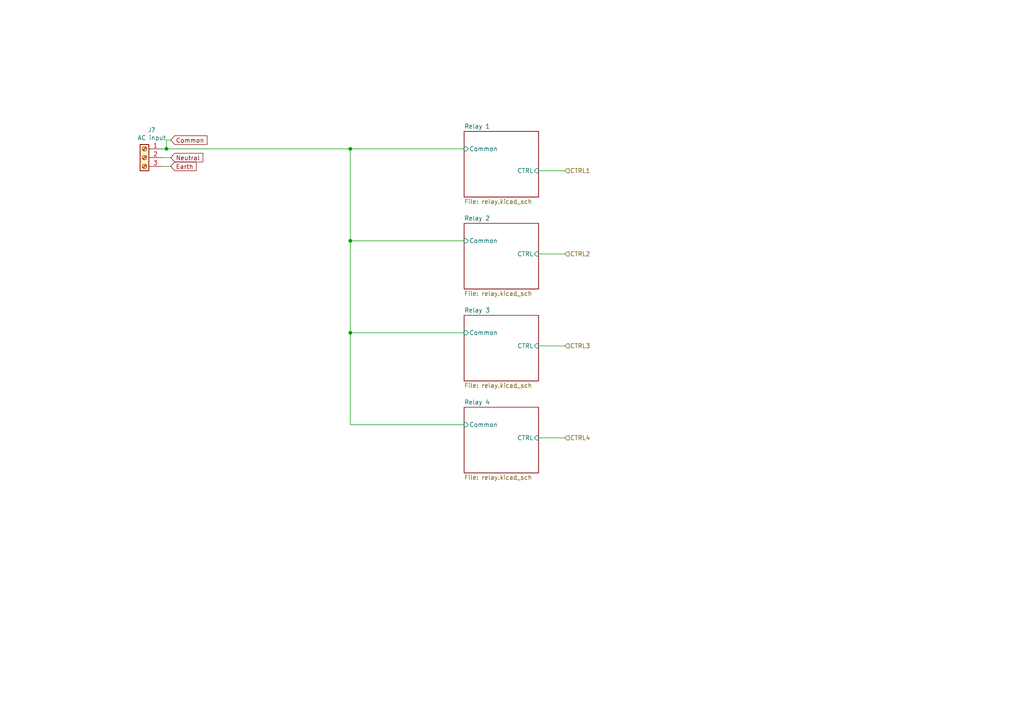
<source format=kicad_sch>
(kicad_sch (version 20230121) (generator eeschema)
  (paper "A4")
  (title_block (title "Automatic Relay Cycler") (date "2023-02-23") (rev "1") (company "Justin Saboury"))
  (lib_symbols
    (symbol "Connector:Screw_Terminal_01x03" (pin_names (offset 1.016) hide)
      (property "Reference" "J" (at 0 5.08 0))
      (property "Value" "Screw_Terminal_01x03" (at 0 -5.08 0))
      (symbol "Screw_Terminal_01x03_1_1"
        (rectangle (start -1.27 3.81) (end 1.27 -3.81) (stroke (width 0.254)) (fill (type background)))
        (circle (center 0 -2.54) (radius 0.635) (stroke (width 0.1524)))
        (polyline (pts (xy -0.5334 -2.2098) (xy 0.3302 -3.048)) (stroke (width 0.1524)))
        (polyline (pts (xy -0.5334 0.3302) (xy 0.3302 -0.508)) (stroke (width 0.1524)))
        (polyline (pts (xy -0.5334 2.8702) (xy 0.3302 2.032)) (stroke (width 0.1524)))
        (polyline (pts (xy -0.3556 -2.032) (xy 0.508 -2.8702)) (stroke (width 0.1524)))
        (polyline (pts (xy -0.3556 0.508) (xy 0.508 -0.3302)) (stroke (width 0.1524)))
        (polyline (pts (xy -0.3556 3.048) (xy 0.508 2.2098)) (stroke (width 0.1524)))
        (circle (center 0 0) (radius 0.635) (stroke (width 0.1524)))
        (circle (center 0 2.54) (radius 0.635) (stroke (width 0.1524)))
        (pin passive line (at -5.08 2.54 0) (length 3.81) (name "Pin_1") (number "1"))
        (pin passive line (at -5.08 0 0) (length 3.81) (name "Pin_2") (number "2"))
        (pin passive line (at -5.08 -2.54 0) (length 3.81) (name "Pin_3") (number "3"))
      )
    )
  )
  (junction (at 101.6 43.18))
  (junction (at 101.6 96.52))
  (junction (at 101.6 69.85))
  (junction (at 48.26 43.18))
  (wire (pts (xy 48.26 43.18) (xy 101.6 43.18)))
  (wire (pts (xy 46.99 43.18) (xy 48.26 43.18)))
  (wire (pts (xy 101.6 123.19) (xy 134.62 123.19)))
  (wire (pts (xy 156.21 73.66) (xy 163.83 73.66)))
  (wire (pts (xy 46.99 48.26) (xy 49.53 48.26)))
  (wire (pts (xy 163.83 127) (xy 156.21 127)))
  (wire (pts (xy 156.21 100.33) (xy 163.83 100.33)))
  (wire (pts (xy 101.6 43.18) (xy 101.6 69.85)))
  (wire (pts (xy 101.6 69.85) (xy 134.62 69.85)))
  (wire (pts (xy 48.26 40.64) (xy 49.53 40.64)))
  (wire (pts (xy 156.21 49.53) (xy 163.83 49.53)))
  (wire (pts (xy 101.6 69.85) (xy 101.6 96.52)))
  (wire (pts (xy 101.6 43.18) (xy 134.62 43.18)))
  (wire (pts (xy 101.6 96.52) (xy 101.6 123.19)))
  (wire (pts (xy 46.99 45.72) (xy 49.53 45.72)))
  (wire (pts (xy 134.62 96.52) (xy 101.6 96.52)))
  (wire (pts (xy 48.26 43.18) (xy 48.26 40.64)))
  (global_label "Common" (shape input) (at 49.53 40.64 0) (property "Intersheetrefs" "${INTERSHEET_REFS}" (effects hide)))
  (global_label "Neutral" (shape input) (at 49.53 45.72 0) (property "Intersheetrefs" "${INTERSHEET_REFS}" (effects hide)))
  (global_label "Earth" (shape input) (at 49.53 48.26 0) (property "Intersheetrefs" "${INTERSHEET_REFS}" (effects hide)))
  (hierarchical_label "CTRL3" (shape input) (at 163.83 100.33 0))
  (hierarchical_label "CTRL4" (shape input) (at 163.83 127 0))
  (hierarchical_label "CTRL2" (shape input) (at 163.83 73.66 0))
  (hierarchical_label "CTRL1" (shape input) (at 163.83 49.53 0))
  (symbol (lib_id "Connector:Screw_Terminal_01x03") (at 41.91 45.72 0) (mirror y) (unit 1)
    (property "Reference" "J?" (at 43.9928 37.6682 0))
    (property "Value" "AC input" (at 43.9928 39.9796 0))
    (property "Footprint" "TerminalBlock_Phoenix:TerminalBlock_Phoenix_MKDS-1,5-3-5.08_1x03_P5.08mm_Horizontal" (effects hide))
    (instances (project "Arduino_Uno_R3_From_Scratch" (path "" (reference "J?") (unit 1))) (project "Autorelay" (path "" (reference "J6") (unit 1))))
  )
  (sheet (at 134.62 38.1) (size 21.59 19.05)
    (property "Sheetname" "Relay 1" (at 134.62 37.3884 0) (effects (justify left bottom)))
    (property "Sheetfile" "relay.kicad_sch" (at 134.62 57.7346 0) (effects (justify left top)))
    (pin "Common" input (at 134.62 43.18 180))
    (pin "CTRL" input (at 156.21 49.53 0))
  )
  (sheet (at 134.62 64.77) (size 21.59 19.05)
    (property "Sheetname" "Relay 2" (at 134.62 64.0584 0) (effects (justify left bottom)))
    (property "Sheetfile" "relay.kicad_sch" (at 134.62 84.4046 0) (effects (justify left top)))
    (pin "Common" input (at 134.62 69.85 180))
    (pin "CTRL" input (at 156.21 73.66 0))
  )
  (sheet (at 134.62 91.44) (size 21.59 19.05)
    (property "Sheetname" "Relay 3" (at 134.62 90.7284 0) (effects (justify left bottom)))
    (property "Sheetfile" "relay.kicad_sch" (at 134.62 111.0746 0) (effects (justify left top)))
    (pin "Common" input (at 134.62 96.52 180))
    (pin "CTRL" input (at 156.21 100.33 0))
  )
  (sheet (at 134.62 118.11) (size 21.59 19.05)
    (property "Sheetname" "Relay 4" (at 134.62 117.3984 0) (effects (justify left bottom)))
    (property "Sheetfile" "relay.kicad_sch" (at 134.62 137.7446 0) (effects (justify left top)))
    (pin "Common" input (at 134.62 123.19 180))
    (pin "CTRL" input (at 156.21 127 0))
  )
)
</source>
